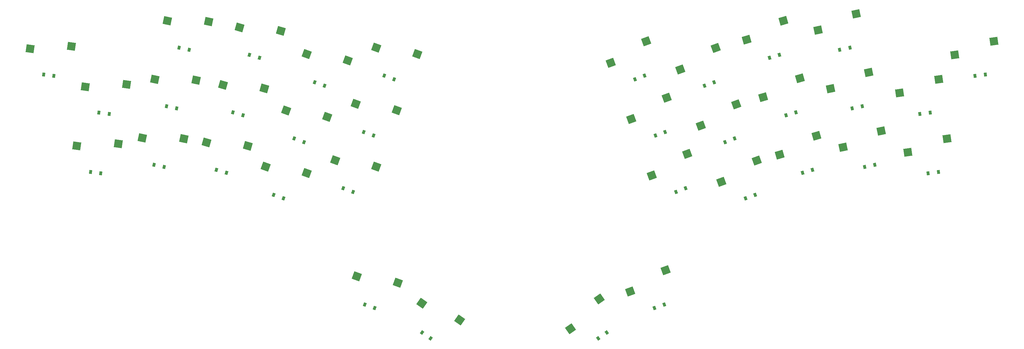
<source format=gbr>
%TF.GenerationSoftware,KiCad,Pcbnew,7.0.1-3b83917a11~172~ubuntu22.04.1*%
%TF.CreationDate,2023-04-10T14:49:45+02:00*%
%TF.ProjectId,koala-v1_ne,6b6f616c-612d-4763-915f-6e652e6b6963,v1.0.0*%
%TF.SameCoordinates,Original*%
%TF.FileFunction,Paste,Bot*%
%TF.FilePolarity,Positive*%
%FSLAX46Y46*%
G04 Gerber Fmt 4.6, Leading zero omitted, Abs format (unit mm)*
G04 Created by KiCad (PCBNEW 7.0.1-3b83917a11~172~ubuntu22.04.1) date 2023-04-10 14:49:45*
%MOMM*%
%LPD*%
G01*
G04 APERTURE LIST*
G04 Aperture macros list*
%AMRotRect*
0 Rectangle, with rotation*
0 The origin of the aperture is its center*
0 $1 length*
0 $2 width*
0 $3 Rotation angle, in degrees counterclockwise*
0 Add horizontal line*
21,1,$1,$2,0,0,$3*%
G04 Aperture macros list end*
%ADD10RotRect,2.550000X2.500000X340.000000*%
%ADD11RotRect,0.900000X1.200000X348.000000*%
%ADD12RotRect,0.900000X1.200000X16.000000*%
%ADD13RotRect,0.900000X1.200000X340.000000*%
%ADD14RotRect,2.550000X2.500000X352.000000*%
%ADD15RotRect,2.550000X2.500000X20.000000*%
%ADD16RotRect,0.900000X1.200000X20.000000*%
%ADD17RotRect,2.550000X2.500000X348.000000*%
%ADD18RotRect,2.550000X2.500000X16.000000*%
%ADD19RotRect,2.550000X2.500000X35.000000*%
%ADD20RotRect,2.550000X2.500000X12.000000*%
%ADD21RotRect,2.550000X2.500000X8.000000*%
%ADD22RotRect,0.900000X1.200000X352.000000*%
%ADD23RotRect,0.900000X1.200000X35.000000*%
%ADD24RotRect,0.900000X1.200000X12.000000*%
%ADD25RotRect,2.550000X2.500000X344.000000*%
%ADD26RotRect,0.900000X1.200000X8.000000*%
%ADD27RotRect,0.900000X1.200000X344.000000*%
%ADD28RotRect,0.900000X1.200000X325.000000*%
%ADD29RotRect,2.550000X2.500000X325.000000*%
G04 APERTURE END LIST*
D10*
%TO.C,S13*%
X136554951Y-134978788D03*
X149571089Y-137013263D03*
%TD*%
D11*
%TO.C,D4*%
X78974503Y-136442031D03*
X82202391Y-137128139D03*
%TD*%
D12*
%TO.C,D25*%
X279765168Y-120702138D03*
X282937332Y-119792534D03*
%TD*%
D13*
%TO.C,D12*%
X130015738Y-110213729D03*
X133116724Y-111342395D03*
%TD*%
D14*
%TO.C,S1*%
X54426835Y-130485209D03*
X67581530Y-129769018D03*
%TD*%
D15*
%TO.C,S32*%
X224048457Y-104022926D03*
X235327132Y-97214813D03*
%TD*%
D10*
%TO.C,S16*%
X143379776Y-171926217D03*
X156395914Y-173960692D03*
%TD*%
D16*
%TO.C,D33*%
X237940666Y-181999049D03*
X241041652Y-180870383D03*
%TD*%
D14*
%TO.C,S3*%
X39539100Y-99537055D03*
X52693795Y-98820864D03*
%TD*%
D17*
%TO.C,S6*%
X83147357Y-90669374D03*
X96319967Y-90872553D03*
%TD*%
D16*
%TO.C,D31*%
X238250001Y-127150474D03*
X241350987Y-126021808D03*
%TD*%
D18*
%TO.C,S25*%
X272462404Y-114952307D03*
X284188515Y-108947538D03*
%TD*%
D19*
%TO.C,S34*%
X211309032Y-188593915D03*
X220441326Y-179098646D03*
%TD*%
D15*
%TO.C,S29*%
X246147037Y-106115993D03*
X257425712Y-99307880D03*
%TD*%
D13*
%TO.C,D16*%
X145908178Y-180870381D03*
X149009164Y-181999047D03*
%TD*%
D20*
%TO.C,S21*%
X297863557Y-130882909D03*
X309979975Y-125710740D03*
%TD*%
D18*
%TO.C,S24*%
X277713308Y-133264350D03*
X289439419Y-127259581D03*
%TD*%
%TO.C,S26*%
X267211518Y-96640279D03*
X278937629Y-90635510D03*
%TD*%
D21*
%TO.C,S18*%
X318490894Y-132457290D03*
X330938590Y-128142918D03*
%TD*%
D22*
%TO.C,D3*%
X43871835Y-107760077D03*
X47139719Y-108219349D03*
%TD*%
D10*
%TO.C,S12*%
X127487343Y-101269572D03*
X140503481Y-103304047D03*
%TD*%
D13*
%TO.C,D14*%
X145598838Y-126021811D03*
X148699824Y-127150477D03*
%TD*%
D23*
%TO.C,D34*%
X220085894Y-191652936D03*
X222789096Y-189760134D03*
%TD*%
D24*
%TO.C,D21*%
X304747433Y-137128143D03*
X307975321Y-136442035D03*
%TD*%
D20*
%TO.C,S22*%
X293902836Y-112249195D03*
X306019254Y-107077026D03*
%TD*%
D15*
%TO.C,S30*%
X237079428Y-139825218D03*
X248358103Y-133017105D03*
%TD*%
D16*
%TO.C,D29*%
X253833095Y-111342401D03*
X256934081Y-110213735D03*
%TD*%
D25*
%TO.C,S8*%
X100866335Y-111046527D03*
X113992684Y-112168086D03*
%TD*%
D17*
%TO.C,S5*%
X79186651Y-109303094D03*
X92359261Y-109506273D03*
%TD*%
D22*
%TO.C,D2*%
X61410819Y-119843626D03*
X64678703Y-120302898D03*
%TD*%
D13*
%TO.C,D11*%
X123500257Y-128114878D03*
X126601243Y-129243544D03*
%TD*%
D26*
%TO.C,D18*%
X324922363Y-139167508D03*
X328190247Y-138708236D03*
%TD*%
%TO.C,D20*%
X339810101Y-108219346D03*
X343077985Y-107760074D03*
%TD*%
D17*
%TO.C,S4*%
X75225926Y-127936799D03*
X88398536Y-128139978D03*
%TD*%
D24*
%TO.C,D23*%
X296825999Y-99860717D03*
X300053887Y-99174609D03*
%TD*%
D25*
%TO.C,S7*%
X95615442Y-129358567D03*
X108741791Y-130480126D03*
%TD*%
D12*
%TO.C,D24*%
X285016061Y-139014168D03*
X288188225Y-138104564D03*
%TD*%
D21*
%TO.C,S19*%
X315839651Y-113592689D03*
X328287347Y-109278317D03*
%TD*%
D15*
%TO.C,S28*%
X252662518Y-124017134D03*
X263941193Y-117209021D03*
%TD*%
D20*
%TO.C,S23*%
X289942122Y-93615487D03*
X302058540Y-88443318D03*
%TD*%
D13*
%TO.C,D10*%
X116984768Y-146016022D03*
X120085754Y-147144688D03*
%TD*%
D10*
%TO.C,S11*%
X120971861Y-119170712D03*
X133987999Y-121205187D03*
%TD*%
D22*
%TO.C,D1*%
X58759573Y-138708240D03*
X62027457Y-139167512D03*
%TD*%
D11*
%TO.C,D5*%
X82935224Y-117808322D03*
X86163112Y-118494430D03*
%TD*%
D27*
%TO.C,D9*%
X109263389Y-101480500D03*
X112435553Y-102390104D03*
%TD*%
D15*
%TO.C,S31*%
X230563946Y-121924069D03*
X241842621Y-115115956D03*
%TD*%
D10*
%TO.C,S15*%
X149585921Y-99176499D03*
X162602059Y-101210974D03*
%TD*%
D16*
%TO.C,D28*%
X260348584Y-129243543D03*
X263449570Y-128114877D03*
%TD*%
D12*
%TO.C,D26*%
X274514275Y-102390102D03*
X277686439Y-101480498D03*
%TD*%
D13*
%TO.C,D15*%
X152114325Y-108120667D03*
X155215311Y-109249333D03*
%TD*%
D16*
%TO.C,D27*%
X266864064Y-147144690D03*
X269965050Y-146016024D03*
%TD*%
D28*
%TO.C,D17*%
X164160730Y-189760128D03*
X166863932Y-191652930D03*
%TD*%
D16*
%TO.C,D32*%
X231734522Y-109249329D03*
X234835508Y-108120663D03*
%TD*%
D27*
%TO.C,D8*%
X104012492Y-119792530D03*
X107184656Y-120702134D03*
%TD*%
D16*
%TO.C,D30*%
X244765486Y-145051617D03*
X247866472Y-143922951D03*
%TD*%
D27*
%TO.C,D7*%
X98761596Y-138104565D03*
X101933760Y-139014169D03*
%TD*%
D29*
%TO.C,S17*%
X164033406Y-180466340D03*
X176079469Y-185800316D03*
%TD*%
D10*
%TO.C,S10*%
X114456383Y-137071860D03*
X127472521Y-139106335D03*
%TD*%
D11*
%TO.C,D6*%
X86895939Y-99174611D03*
X90123827Y-99860719D03*
%TD*%
D15*
%TO.C,S27*%
X259178008Y-141918282D03*
X270456683Y-135110169D03*
%TD*%
D13*
%TO.C,D13*%
X139083353Y-143922956D03*
X142184339Y-145051622D03*
%TD*%
D10*
%TO.C,S14*%
X143070436Y-117077648D03*
X156086574Y-119112123D03*
%TD*%
D24*
%TO.C,D22*%
X300786719Y-118494430D03*
X304014607Y-117808322D03*
%TD*%
D25*
%TO.C,S9*%
X106117237Y-92734493D03*
X119243586Y-93856052D03*
%TD*%
D14*
%TO.C,S2*%
X57078074Y-111620604D03*
X70232769Y-110904413D03*
%TD*%
D21*
%TO.C,S20*%
X333378631Y-101509134D03*
X345826327Y-97194762D03*
%TD*%
D26*
%TO.C,D19*%
X322271122Y-120302898D03*
X325539006Y-119843626D03*
%TD*%
D15*
%TO.C,S33*%
X230254608Y-176772645D03*
X241533283Y-169964532D03*
%TD*%
M02*

</source>
